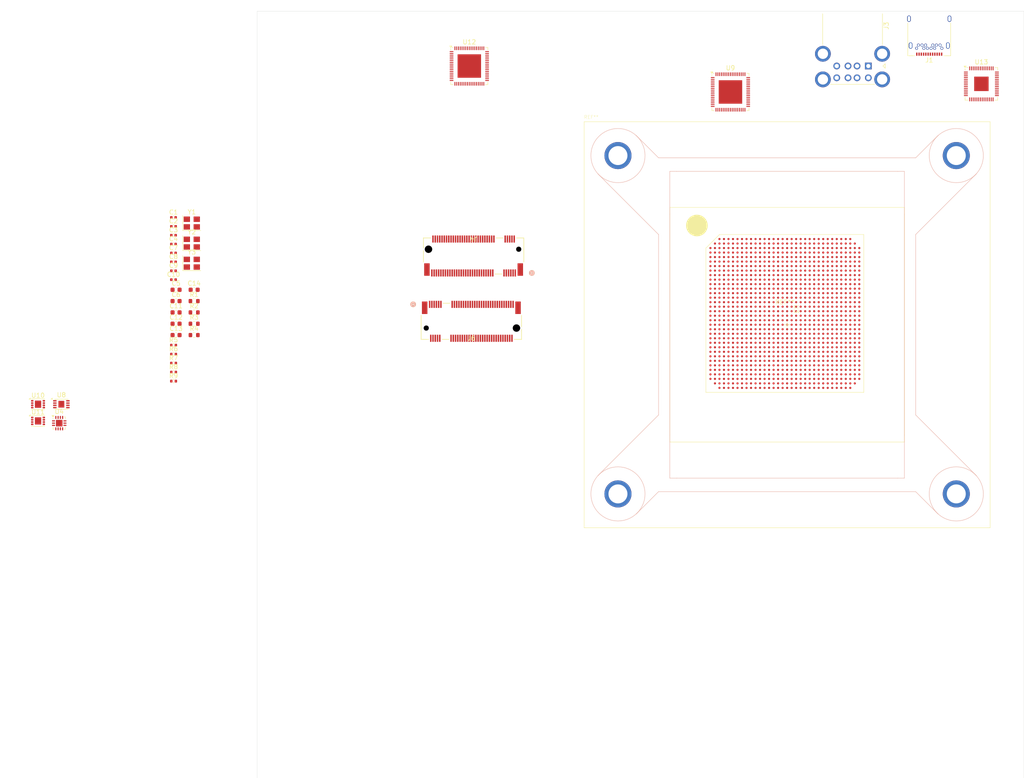
<source format=kicad_pcb>
(kicad_pcb (version 20240108) (generator "pcbnew") (generator_version "8.0")
  (layers (0 "F.Cu" signal) (1 "In1.Cu" signal) (2 "In2.Cu" signal) (3 "In3.Cu" signal) (4 "In4.Cu" signal) (31 "B.Cu" signal) (34 "B.Paste" user) (35 "F.Paste" user) (36 "B.SilkS" user "B.Silkscreen") (37 "F.SilkS" user "F.Silkscreen") (38 "B.Mask" user) (39 "F.Mask" user) (44 "Edge.Cuts" user))
  (net 0 "")
  (net 1 "VL805_0_PE_RX_C_P")
  (net 2 "VL805_0_PE_RX_P")
  (net 3 "VL805_0_PE_RX_N")
  (net 4 "VL805_0_PE_RX_C_N")
  (net 5 "1.05v")
  (net 6 "GND")
  (net 7 "+5V")
  (net 8 "Net-(U9-XO)")
  (net 9 "Net-(U9-XI)")
  (net 10 "VL805_1_PE_RX_P")
  (net 11 "VL805_1_PE_RX_C_P")
  (net 12 "VL805_1_PE_RX_N")
  (net 13 "VL805_1_PE_RX_C_N")
  (net 14 "Net-(U12-XO)")
  (net 15 "Net-(U12-XI)")
  (net 16 "Net-(U13-XIN)")
  (net 17 "Net-(C14-Pad2)")
  (net 18 "Net-(U9-TESTEN)")
  (net 21 "Net-(U12-TESTEN)")
  (net 22 "+3V3")
  (net 23 "Net-(U12-~{USBHPE1})")
  (net 24 "Net-(U13-QSPI_SS)")
  (net 25 "+3.3V")
  (net 26 "/BOOT")
  (net 27 "/R_D+")
  (net 28 "Net-(U13-USB_DP)")
  (net 29 "Net-(U13-USB_DM)")
  (net 30 "/R_D-")
  (net 31 "Net-(U13-XOUT)")
  (net 32 "NVME_PE_TX1_N")
  (net 35 "NVME_PE_TX2_P")
  (net 38 "+1V2")
  (net 39 "NVME_PE_RX0_P")
  (net 62 "NVME_PE_TX3_N")
  (net 86 "NVME_PE_RX3_N")
  (net 92 "+1V8")
  (net 152 "NVME_PE_TX0_N")
  (net 155 "WIFI_PE_TX0_N")
  (net 165 "NVME_PE_TX3_P")
  (net 198 "NVME_PE_RX2_P")
  (net 235 "WIFI_PE_TX1_N")
  (net 275 "NVME_PE_RX2_N")
  (net 289 "WIFI_PE_RX1_P")
  (net 317 "NVME_PE_RX3_P")
  (net 320 "WIFI_PE_RX0_N")
  (net 333 "WIFI_PE_RX0_P")
  (net 339 "WIFI_PE_TX1_P")
  (net 359 "NVME_PE_RX1_P")
  (net 426 "WIFI_PE_RX1_N")
  (net 428 "NVME_PE_TX1_P")
  (net 453 "WIFI_PE_TX0_P")
  (net 454 "NVME_PE_TX2_N")
  (net 576 "VL805_0_PE_TX_N")
  (net 604 "VL805_0_PE_TX_P")
  (net 608 "NVME_PE_TX0_P")
  (net 628 "NVME_PE_RX1_N")
  (net 663 "NVME_PE_RX0_N")
  (net 711 "F_SCL")
  (net 712 "Net-(U4-VCONN-Pad12)")
  (net 713 "Net-(U4-VBUS)")
  (net 714 "CC1")
  (net 715 "F_INT")
  (net 716 "F_SDA")
  (net 717 "CC2")
  (net 718 "Net-(U13-QSPI_SD0)")
  (net 719 "Net-(U13-QSPI_SD3)")
  (net 720 "Net-(U13-QSPI_SD1)")
  (net 721 "Net-(U13-QSPI_SD2)")
  (net 722 "Net-(U13-QSPI_SCLK)")
  (net 742 "+1V0")
  (net 757 "EXT_P2_SSTX+")
  (net 758 "EXT_P2_SSRX+")
  (net 759 "EXT_P3_SSRX+")
  (net 760 "EXT_P2_D-")
  (net 761 "VBUS")
  (net 762 "SBU1")
  (net 763 "EXT_P2_SSTX-")
  (net 764 "EXT_P2_D+")
  (net 765 "EXT_P3_SSRX-")
  (net 766 "SBU2")
  (net 767 "EXT_P2_SSRX-")
  (net 768 "EXT_P3_SSTX+")
  (net 769 "EXT_P3_SSTX-")
  (net 770 "EXT_P0_SSTX+")
  (net 771 "EXT_P0_D+")
  (net 772 "EXT_P0_SSTX-")
  (net 773 "EXT_P0_SSRX-")
  (net 774 "EXT_P0_SSRX+")
  (net 775 "EXT_P0_D-")
  (net 777 "Net-(J4-GND-Pad1)")
  (net 779 "Net-(J4-3.3V-Pad12)")
  (net 807 "Net-(J6-GND-Pad1)")
  (net 809 "M2_WIFI_USB_N")
  (net 828 "Net-(J6-3.3V-Pad2)")
  (net 836 "M2_WIFI_USB_P")
  (net 845 "INT_P2_D-")
  (net 847 "Net-(U9-~{USBHPE1})")
  (net 848 "EXT_P1_SSRX-")
  (net 849 "PE_nRST")
  (net 850 "VL805_0_PE_CLK_P")
  (net 851 "INT_P1_SSRX-")
  (net 854 "EXT_P1_D-")
  (net 855 "PE_CLK_nREQ")
  (net 856 "INT_P2_SSRX-")
  (net 857 "EXT_P1_SSTX+")
  (net 859 "INT_P1_D+")
  (net 861 "EXT_P1_D+")
  (net 862 "VL805_0_PE_CLK_N")
  (net 863 "INT_P1_SSTX+")
  (net 866 "INT_P2_SSRX+")
  (net 868 "INT_P2_SSTX-")
  (net 869 "INT_P1_SSTX-")
  (net 870 "INT_P2_D+")
  (net 871 "EXT_P1_SSRX+")
  (net 874 "INT_P2_SSTX+")
  (net 877 "EXT_P1_SSTX-")
  (net 878 "INT_P1_D-")
  (net 879 "INT_P1_SSRX+")
  (net 888 "VL805_1_PE_CLK_P")
  (net 893 "VL805_1_PE_TX_P")
  (net 894 "VL805_1_PE_CLK_N")
  (net 907 "VL805_1_PE_TX_N")
  (footprint "2199119-3-M.2:CONN75_2199119-3_TEC" (layer "F.Cu") (at 139 81.238895)
    (property "Reference" "J6")
    (property "Value" "M.2_WIFI")
  )
  (footprint "D2000:D2000_DDR4_BGA1144P100_3500X350" (layer "F.Cu") (at 210.5 78.5 -90)
    (property "Reference" "U3")
    (property "Value" "~")
  )
  (footprint "Resistor_SMD:R_0402_1005Metric" (layer "F.Cu") (at 72.99 90.52)
    (property "Reference" "R7")
    (property "Value" "22R")
  )
  (footprint "Capacitor_SMD:C_0603_1608Metric" (layer "F.Cu") (at 73.54 84.29)
    (property "Reference" "C13")
    (property "Value" "22pF")
  )
  (footprint "Resistor_SMD:R_0402_1005Metric" (layer "F.Cu") (at 72.99 92.51)
    (property "Reference" "R8")
    (property "Value" "22R")
  )
  (footprint "Capacitor_SMD:C_0402_1005Metric" (layer "F.Cu") (at 72.97 58.22)
    (property "Reference" "C1")
    (property "Value" "100n")
  )
  (footprint "Capacitor_SMD:C_0402_1005Metric" (layer "F.Cu") (at 72.97 64.13)
    (property "Reference" "C4")
    (property "Value" "10uF")
  )
  (footprint "Connector_USB:USB_A_CUI_UJ2-ADH-TH_Horizontal_Stacked" (layer "F.Cu") (at 227.000002 24.642316 -90)
    (property "Reference" "J3")
    (property "Value" "USB3_A_Stacked")
  )
  (footprint "Capacitor_SMD:C_0603_1608Metric" (layer "F.Cu") (at 73.54 74.25)
    (property "Reference" "C5")
    (property "Value" "22pF")
  )
  (footprint "Package_DFN_QFN:QFN-68-1EP_8x8mm_P0.4mm_EP5.2x5.2mm" (layer "F.Cu") (at 138.55 24.65)
    (property "Reference" "U12")
    (property "Value" "VL805 REAR I/O")
  )
  (footprint "Resistor_SMD:R_0603_1608Metric" (layer "F.Cu") (at 77.55 81.78)
    (property "Reference" "R3")
    (property "Value" "6.04k")
  )
  (footprint "Capacitor_SMD:C_0402_1005Metric" (layer "F.Cu") (at 72.97 68.07)
    (property "Reference" "C8")
    (property "Value" "100n")
  )
  (footprint "Package_SON:SON-8-1EP_3x2mm_P0.5mm_EP1.4x1.6mm" (layer "F.Cu") (at 42.945 103.32)
    (property "Reference" "U11")
    (property "Value" "TPS784105QWDRBRQ1")
  )
  (footprint "Capacitor_SMD:C_0402_1005Metric" (layer "F.Cu") (at 72.97 62.16)
    (property "Reference" "C3")
    (property "Value" "10uF")
  )
  (footprint "Crystal:Crystal_SMD_3225-4Pin_3.2x2.5mm" (layer "F.Cu") (at 77.03 59.46)
    (property "Reference" "Y1")
    (property "Value" "Crystal_GND23")
  )
  (footprint "Crystal:Crystal_SMD_3225-4Pin_3.2x2.5mm" (layer "F.Cu") (at 77.03 68.36)
    (property "Reference" "Y3")
    (property "Value" "12MHz")
  )
  (footprint "2199119-3-M.2:CONN75_2199119-3_TEC" (layer "F.Cu") (at 139.5 66.761105 180)
    (property "Reference" "J4")
    (property "Value" "M.2_NVME")
  )
  (footprint "Resistor_SMD:R_0402_1005Metric" (layer "F.Cu") (at 72.99 94.5)
    (property "Reference" "R9")
    (property "Value" "1K")
  )
  (footprint "Resistor_SMD:R_0603_1608Metric" (layer "F.Cu") (at 77.55 79.27)
    (property "Reference" "R2")
    (property "Value" "15k")
  )
  (footprint "Capacitor_SMD:C_0603_1608Metric" (layer "F.Cu") (at 73.54 79.27)
    (property "Reference" "C11")
    (property "Value" "22pF")
  )
  (footprint "FanSocket:FANSOCKET_4N_FANSOCKET9000X9000" (layer "F.Cu") (at 208.5 77.5)
    (property "Reference" "REF**")
    (property "Value" "FANSOCKET_4N_FANSOCKET9000X9000")
  )
  (footprint "Capacitor_SMD:C_0402_1005Metric" (layer "F.Cu") (at 72.97 66.1)
    (property "Reference" "C7")
    (property "Value" "100n")
  )
  (footprint "Package_DFN_QFN:QFN-56-1EP_7x7mm_P0.4mm_EP3.2x3.2mm" (layer "F.Cu") (at 252.0625 28.6)
    (property "Reference" "U13")
    (property "Value" "RP2040")
  )
  (footprint "Capacitor_SMD:C_0603_1608Metric" (layer "F.Cu") (at 77.55 74.25)
    (property "Reference" "C14")
    (property "Value" "22pF")
  )
  (footprint "Package_DFN_QFN:DFN-8-1EP_3x2mm_P0.5mm_EP1.3x1.5mm" (layer "F.Cu") (at 48.115 99.615)
    (property "Reference" "U8")
    (property "Value" "W25Q32JVSS")
  )
  (footprint "Capacitor_SMD:C_0402_1005Metric" (layer "F.Cu") (at 72.97 72.01)
    (property "Reference" "C10")
    (property "Value" "10uF")
  )
  (footprint "Resistor_SMD:R_0603_1608Metric" (layer "F.Cu") (at 77.55 84.29)
    (property "Reference" "R4")
    (property "Value" "15k")
  )
  (footprint "Package_SON:SON-8-1EP_3x2mm_P0.5mm_EP1.4x1.6mm" (layer "F.Cu") (at 42.945 99.615)
    (property "Reference" "U10")
    (property "Value" "TPS784105QWDRBRQ1")
  )
  (footprint "Capacitor_SMD:C_0402_1005Metric" (layer "F.Cu") (at 72.97 70.04)
    (property "Reference" "C9")
    (property "Value" "10uF")
  )
  (footprint "Package_DFN_QFN:QFN-68-1EP_8x8mm_P0.4mm_EP5.2x5.2mm" (layer "F.Cu") (at 196.4375 30.4)
    (property "Reference" "U9")
    (property "Value" "VL805 REAR I/O")
  )
  (footprint "Crystal:Crystal_SMD_3225-4Pin_3.2x2.5mm" (layer "F.Cu") (at 77.03 63.91)
    (property "Reference" "Y2")
    (property "Value" "Crystal_GND23")
  )
  (footprint "Connector_USB:USB_C_Receptacle_Amphenol_12401548E4-2A" (layer "F.Cu") (at 240.5 17 180)
    (property "Reference" "J1")
    (property "Value" "USB 3.1 + PD INPUT")
  )
  (footprint "Resistor_SMD:R_0402_1005Metric" (layer "F.Cu") (at 72.99 88.53)
    (property "Reference" "R6")
    (property "Value" "1K")
  )
  (footprint "Resistor_SMD:R_0603_1608Metric" (layer "F.Cu") (at 77.55 76.76)
    (property "Reference" "R1")
    (property "Value" "6.04k")
  )
  (footprint "Resistor_SMD:R_0402_1005Metric" (layer "F.Cu") (at 72.99 86.54)
    (property "Reference" "R5")
    (property "Value" "10K")
  )
  (footprint "Capacitor_SMD:C_0402_1005Metric" (layer "F.Cu") (at 72.97 60.19)
    (property "Reference" "C2")
    (property "Value" "100n")
  )
  (footprint "Capacitor_SMD:C_0603_1608Metric" (layer "F.Cu") (at 73.54 76.76)
    (property "Reference" "C6")
    (property "Value" "22pF")
  )
  (footprint "Package_DFN_QFN:WQFN-14-1EP_2.5x2.5mm_P0.5mm_EP1.45x1.45mm" (layer "F.Cu") (at 47.64 103.81)
    (property "Reference" "U4")
    (property "Value" "FUSB302B01MPX")
  )
  (footprint "Capacitor_SMD:C_0603_1608Metric" (layer "F.Cu") (at 73.54 81.78)
    (property "Reference" "C12")
    (property "Value" "22pF")
  )
  (gr_rect (start 91.5 12.5) (end 261.5 182.5) (stroke (width 0.05)) (fill none) (layer "Edge.Cuts"))
)
</source>
